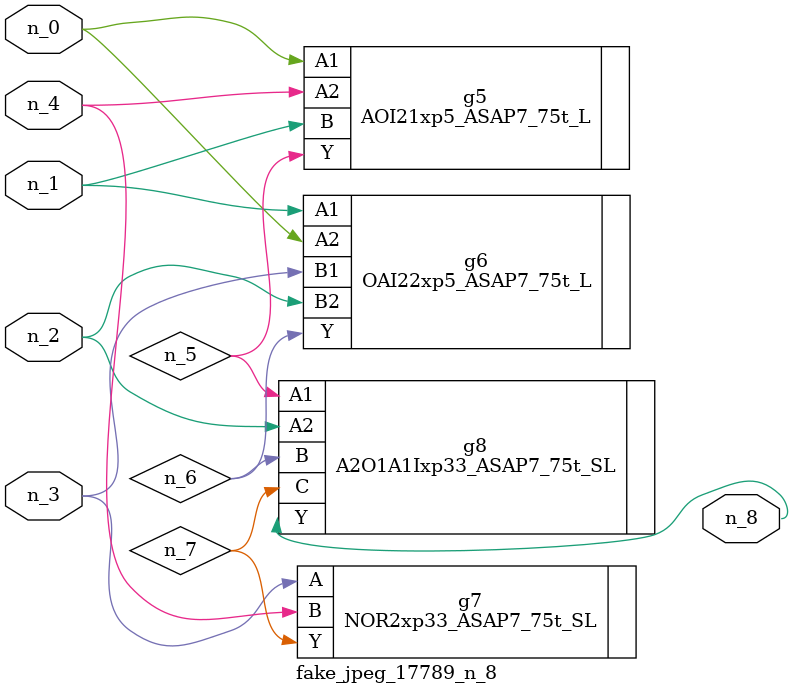
<source format=v>
module fake_jpeg_17789_n_8 (n_3, n_2, n_1, n_0, n_4, n_8);

input n_3;
input n_2;
input n_1;
input n_0;
input n_4;

output n_8;

wire n_6;
wire n_5;
wire n_7;

AOI21xp5_ASAP7_75t_L g5 ( 
.A1(n_0),
.A2(n_4),
.B(n_1),
.Y(n_5)
);

OAI22xp5_ASAP7_75t_L g6 ( 
.A1(n_1),
.A2(n_0),
.B1(n_3),
.B2(n_2),
.Y(n_6)
);

NOR2xp33_ASAP7_75t_SL g7 ( 
.A(n_3),
.B(n_4),
.Y(n_7)
);

A2O1A1Ixp33_ASAP7_75t_SL g8 ( 
.A1(n_5),
.A2(n_2),
.B(n_6),
.C(n_7),
.Y(n_8)
);


endmodule
</source>
